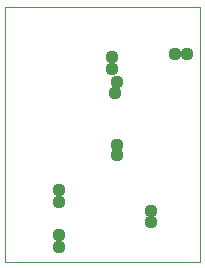
<source format=gbs>
G75*
%MOIN*%
%OFA0B0*%
%FSLAX24Y24*%
%IPPOS*%
%LPD*%
%AMOC8*
5,1,8,0,0,1.08239X$1,22.5*
%
%ADD10C,0.0000*%
%ADD11C,0.0437*%
D10*
X002267Y002517D02*
X002267Y011017D01*
X008767Y011017D01*
X008767Y002517D01*
X002267Y002517D01*
D11*
X004079Y003017D03*
X004079Y003392D03*
X004079Y004517D03*
X004079Y004892D03*
X006017Y006079D03*
X006017Y006392D03*
X005954Y008142D03*
X006017Y008517D03*
X005829Y008954D03*
X005829Y009329D03*
X007954Y009454D03*
X008329Y009454D03*
X007142Y004204D03*
X007142Y003829D03*
M02*

</source>
